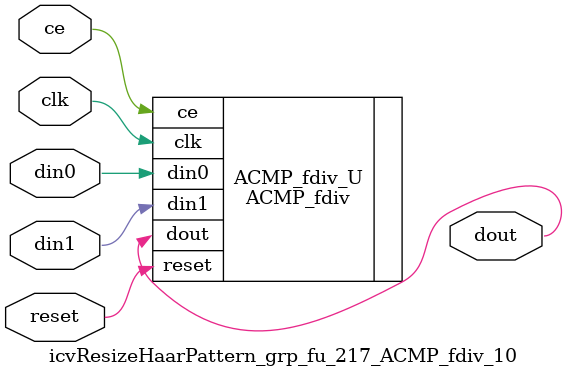
<source format=v>

`timescale 1 ns / 1 ps
module icvResizeHaarPattern_grp_fu_217_ACMP_fdiv_10(
    clk,
    reset,
    ce,
    din0,
    din1,
    dout);

parameter ID = 32'd1;
parameter NUM_STAGE = 32'd1;
parameter din0_WIDTH = 32'd1;
parameter din1_WIDTH = 32'd1;
parameter dout_WIDTH = 32'd1;
input clk;
input reset;
input ce;
input[din0_WIDTH - 1:0] din0;
input[din1_WIDTH - 1:0] din1;
output[dout_WIDTH - 1:0] dout;



ACMP_fdiv #(
.ID( ID ),
.NUM_STAGE( 10 ),
.din0_WIDTH( din0_WIDTH ),
.din1_WIDTH( din1_WIDTH ),
.dout_WIDTH( dout_WIDTH ))
ACMP_fdiv_U(
    .clk( clk ),
    .reset( reset ),
    .ce( ce ),
    .din0( din0 ),
    .din1( din1 ),
    .dout( dout ));

endmodule

</source>
